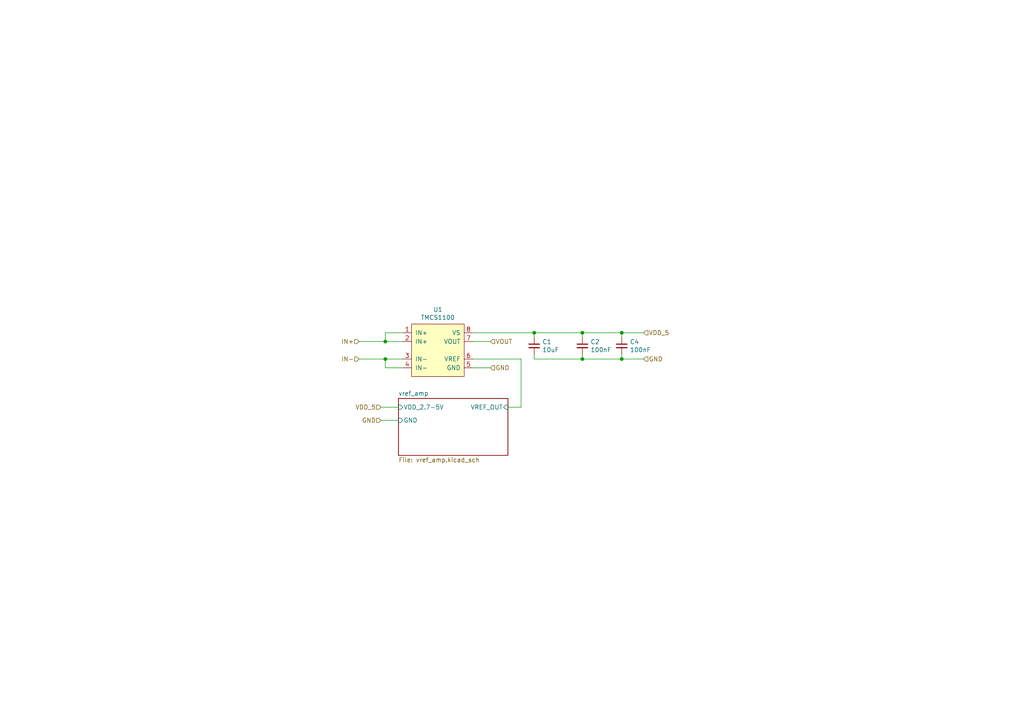
<source format=kicad_sch>
(kicad_sch (version 20211123) (generator eeschema)
  (paper "A4")
  (lib_symbols
    (symbol "Device:C_Small" (pin_numbers hide) (pin_names (offset 0.254) hide)
      (property "Reference" "C" (at 0.254 1.778 0))
      (property "Value" "C_Small" (at 0.254 -2.032 0))
      (symbol "C_Small_0_1"
        (polyline (pts (xy -1.524 -0.508) (xy 1.524 -0.508)) (stroke (width 0.3302)))
        (polyline (pts (xy -1.524 0.508) (xy 1.524 0.508)) (stroke (width 0.3048)))
      )
      (symbol "C_Small_1_1"
        (pin passive line (at 0 2.54 270) (length 2.032) (name "~") (number "1"))
        (pin passive line (at 0 -2.54 90) (length 2.032) (name "~") (number "2"))
      )
    )
    (symbol "iso_curr_sns_TCMS1100-rescue:TMCS1100-2021_bt5_headtracker_symbols" (pin_names (offset 1.016))
      (property "Reference" "U" (at -6.35 8.89 0))
      (property "Value" "TMCS1100-2021_bt5_headtracker_symbols" (at -2.54 -8.89 0))
      (symbol "TMCS1100-2021_bt5_headtracker_symbols_0_1"
        (rectangle (start -7.62 7.62) (end 7.62 -7.62) (fill (type background)))
      )
      (symbol "TMCS1100-2021_bt5_headtracker_symbols_1_1"
        (pin input line (at -10.16 5.08 0) (length 2.54) (name "IN+") (number "1"))
        (pin input line (at -10.16 2.54 0) (length 2.54) (name "IN+") (number "2"))
        (pin output line (at -10.16 -2.54 0) (length 2.54) (name "IN-") (number "3"))
        (pin output line (at -10.16 -5.08 0) (length 2.54) (name "IN-") (number "4"))
        (pin power_in line (at 10.16 -5.08 180) (length 2.54) (name "GND") (number "5"))
        (pin input line (at 10.16 -2.54 180) (length 2.54) (name "VREF") (number "6"))
        (pin output line (at 10.16 2.54 180) (length 2.54) (name "VOUT") (number "7"))
        (pin power_in line (at 10.16 5.08 180) (length 2.54) (name "VS") (number "8"))
      )
    )
  )
  (junction (at 154.94 96.52))
  (junction (at 168.91 104.14))
  (junction (at 180.34 104.14))
  (junction (at 168.91 96.52))
  (junction (at 180.34 96.52))
  (junction (at 111.76 104.14))
  (junction (at 111.76 99.06))
  (wire (pts (xy 111.76 106.68) (xy 116.84 106.68)))
  (wire (pts (xy 186.69 104.14) (xy 180.34 104.14)))
  (wire (pts (xy 168.91 104.14) (xy 168.91 102.87)))
  (wire (pts (xy 111.76 96.52) (xy 111.76 99.06)))
  (wire (pts (xy 168.91 104.14) (xy 180.34 104.14)))
  (wire (pts (xy 142.24 99.06) (xy 137.16 99.06)))
  (wire (pts (xy 151.13 118.11) (xy 147.32 118.11)))
  (wire (pts (xy 137.16 104.14) (xy 151.13 104.14)))
  (wire (pts (xy 180.34 104.14) (xy 180.34 102.87)))
  (wire (pts (xy 137.16 96.52) (xy 154.94 96.52)))
  (wire (pts (xy 154.94 96.52) (xy 154.94 97.79)))
  (wire (pts (xy 186.69 96.52) (xy 180.34 96.52)))
  (wire (pts (xy 110.49 121.92) (xy 115.57 121.92)))
  (wire (pts (xy 111.76 104.14) (xy 104.14 104.14)))
  (wire (pts (xy 111.76 99.06) (xy 116.84 99.06)))
  (wire (pts (xy 180.34 97.79) (xy 180.34 96.52)))
  (wire (pts (xy 111.76 104.14) (xy 111.76 106.68)))
  (wire (pts (xy 111.76 99.06) (xy 104.14 99.06)))
  (wire (pts (xy 137.16 106.68) (xy 142.24 106.68)))
  (wire (pts (xy 168.91 96.52) (xy 168.91 97.79)))
  (wire (pts (xy 151.13 104.14) (xy 151.13 118.11)))
  (wire (pts (xy 154.94 96.52) (xy 168.91 96.52)))
  (wire (pts (xy 116.84 96.52) (xy 111.76 96.52)))
  (wire (pts (xy 154.94 104.14) (xy 168.91 104.14)))
  (wire (pts (xy 180.34 96.52) (xy 168.91 96.52)))
  (wire (pts (xy 116.84 104.14) (xy 111.76 104.14)))
  (wire (pts (xy 110.49 118.11) (xy 115.57 118.11)))
  (wire (pts (xy 154.94 102.87) (xy 154.94 104.14)))
  (hierarchical_label "IN-" (shape input) (at 104.14 104.14 180))
  (hierarchical_label "VOUT" (shape input) (at 142.24 99.06 0))
  (hierarchical_label "VDD_5" (shape input) (at 186.69 96.52 0))
  (hierarchical_label "GND" (shape input) (at 186.69 104.14 0))
  (hierarchical_label "GND" (shape input) (at 110.49 121.92 180))
  (hierarchical_label "IN+" (shape input) (at 104.14 99.06 180))
  (hierarchical_label "GND" (shape input) (at 142.24 106.68 0))
  (hierarchical_label "VDD_5" (shape input) (at 110.49 118.11 180))
  (symbol (lib_id "iso_curr_sns_TCMS1100-rescue:TMCS1100-2021_bt5_headtracker_symbols") (at 127 101.6 0) (unit 1)
    (property "Reference" "U1" (at 127 89.789 0))
    (property "Value" "TMCS1100" (at 127 92.1004 0))
    (property "Footprint" "2021_bt5_headtracker_footprints:SOIC-8_5.4" (effects hide))
    (property "Datasheet" "https://www.ti.com/lit/ds/symlink/tmcs1100.pdf?ts=1615404625916&ref_url=https%253A%252F%252Fwww.ti.com%252F" (effects hide))
  )
  (symbol (lib_id "Device:C_Small") (at 154.94 100.33 0) (unit 1)
    (property "Reference" "C1" (at 157.2768 99.1616 0) (effects (justify left)))
    (property "Value" "10uF" (at 157.2768 101.473 0) (effects (justify left)))
    (property "Footprint" "Capacitor_SMD:C_1206_3216Metric" (effects hide))
  )
  (symbol (lib_id "Device:C_Small") (at 168.91 100.33 0) (unit 1)
    (property "Reference" "C2" (at 171.2468 99.1616 0) (effects (justify left)))
    (property "Value" "100nF" (at 171.2468 101.473 0) (effects (justify left)))
    (property "Footprint" "Capacitor_SMD:C_0402_1005Metric" (effects hide))
  )
  (symbol (lib_id "Device:C_Small") (at 180.34 100.33 0) (unit 1)
    (property "Reference" "C4" (at 182.6768 99.1616 0) (effects (justify left)))
    (property "Value" "100nF" (at 182.6768 101.473 0) (effects (justify left)))
    (property "Footprint" "Capacitor_SMD:C_0402_1005Metric" (effects hide))
  )
  (sheet (at 115.57 115.57) (size 31.75 16.51)
    (property "Sheet name" "vref_amp" (at 115.57 114.8584 0) (effects (justify left bottom)))
    (property "Sheet file" "vref_amp.kicad_sch" (at 115.57 132.6646 0) (effects (justify left top)))
    (pin "VDD_2.7-5V" input (at 115.57 118.11 180))
    (pin "GND" input (at 115.57 121.92 180))
    (pin "VREF_OUT" input (at 147.32 118.11 0))
  )
)
</source>
